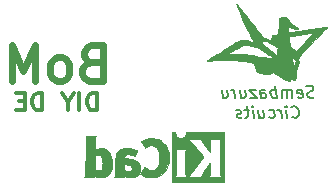
<source format=gbo>
%TF.GenerationSoftware,KiCad,Pcbnew,(5.0.0-rc2-100-g6d77e594b)*%
%TF.CreationDate,2018-06-08T00:04:51-04:00*%
%TF.ProjectId,Logic&Oscillator,4C6F676963264F7363696C6C61746F72,1.0.2*%
%TF.SameCoordinates,Original*%
%TF.FileFunction,Legend,Bot*%
%TF.FilePolarity,Positive*%
%FSLAX46Y46*%
G04 Gerber Fmt 4.6, Leading zero omitted, Abs format (unit mm)*
G04 Created by KiCad (PCBNEW (5.0.0-rc2-100-g6d77e594b)) date 06/08/18 00:04:51*
%MOMM*%
%LPD*%
G01*
G04 APERTURE LIST*
%ADD10C,0.200000*%
%ADD11C,0.300000*%
%ADD12C,0.600000*%
%ADD13C,0.002540*%
%ADD14C,0.010000*%
G04 APERTURE END LIST*
D10*
X135447857Y-85279761D02*
X135310952Y-85327380D01*
X135072857Y-85327380D01*
X134971666Y-85279761D01*
X134918095Y-85232142D01*
X134858571Y-85136904D01*
X134846666Y-85041666D01*
X134882380Y-84946428D01*
X134924047Y-84898809D01*
X135013333Y-84851190D01*
X135197857Y-84803571D01*
X135287142Y-84755952D01*
X135328809Y-84708333D01*
X135364523Y-84613095D01*
X135352619Y-84517857D01*
X135293095Y-84422619D01*
X135239523Y-84375000D01*
X135138333Y-84327380D01*
X134900238Y-84327380D01*
X134763333Y-84375000D01*
X134066904Y-85279761D02*
X134168095Y-85327380D01*
X134358571Y-85327380D01*
X134447857Y-85279761D01*
X134483571Y-85184523D01*
X134435952Y-84803571D01*
X134376428Y-84708333D01*
X134275238Y-84660714D01*
X134084761Y-84660714D01*
X133995476Y-84708333D01*
X133959761Y-84803571D01*
X133971666Y-84898809D01*
X134459761Y-84994047D01*
X133596666Y-85327380D02*
X133513333Y-84660714D01*
X133525238Y-84755952D02*
X133471666Y-84708333D01*
X133370476Y-84660714D01*
X133227619Y-84660714D01*
X133138333Y-84708333D01*
X133102619Y-84803571D01*
X133168095Y-85327380D01*
X133102619Y-84803571D02*
X133043095Y-84708333D01*
X132941904Y-84660714D01*
X132799047Y-84660714D01*
X132709761Y-84708333D01*
X132674047Y-84803571D01*
X132739523Y-85327380D01*
X132263333Y-85327380D02*
X132138333Y-84327380D01*
X132185952Y-84708333D02*
X132084761Y-84660714D01*
X131894285Y-84660714D01*
X131805000Y-84708333D01*
X131763333Y-84755952D01*
X131727619Y-84851190D01*
X131763333Y-85136904D01*
X131822857Y-85232142D01*
X131876428Y-85279761D01*
X131977619Y-85327380D01*
X132168095Y-85327380D01*
X132257380Y-85279761D01*
X130930000Y-85327380D02*
X130864523Y-84803571D01*
X130900238Y-84708333D01*
X130989523Y-84660714D01*
X131180000Y-84660714D01*
X131281190Y-84708333D01*
X130924047Y-85279761D02*
X131025238Y-85327380D01*
X131263333Y-85327380D01*
X131352619Y-85279761D01*
X131388333Y-85184523D01*
X131376428Y-85089285D01*
X131316904Y-84994047D01*
X131215714Y-84946428D01*
X130977619Y-84946428D01*
X130876428Y-84898809D01*
X130465714Y-84660714D02*
X129941904Y-84660714D01*
X130549047Y-85327380D01*
X130025238Y-85327380D01*
X129132380Y-84660714D02*
X129215714Y-85327380D01*
X129560952Y-84660714D02*
X129626428Y-85184523D01*
X129590714Y-85279761D01*
X129501428Y-85327380D01*
X129358571Y-85327380D01*
X129257380Y-85279761D01*
X129203809Y-85232142D01*
X128739523Y-85327380D02*
X128656190Y-84660714D01*
X128680000Y-84851190D02*
X128620476Y-84755952D01*
X128566904Y-84708333D01*
X128465714Y-84660714D01*
X128370476Y-84660714D01*
X127608571Y-84660714D02*
X127691904Y-85327380D01*
X128037142Y-84660714D02*
X128102619Y-85184523D01*
X128066904Y-85279761D01*
X127977619Y-85327380D01*
X127834761Y-85327380D01*
X127733571Y-85279761D01*
X127680000Y-85232142D01*
X133584761Y-86932142D02*
X133638333Y-86979761D01*
X133787142Y-87027380D01*
X133882380Y-87027380D01*
X134019285Y-86979761D01*
X134102619Y-86884523D01*
X134138333Y-86789285D01*
X134162142Y-86598809D01*
X134144285Y-86455952D01*
X134072857Y-86265476D01*
X134013333Y-86170238D01*
X133906190Y-86075000D01*
X133757380Y-86027380D01*
X133662142Y-86027380D01*
X133525238Y-86075000D01*
X133483571Y-86122619D01*
X133168095Y-87027380D02*
X133084761Y-86360714D01*
X133043095Y-86027380D02*
X133096666Y-86075000D01*
X133055000Y-86122619D01*
X133001428Y-86075000D01*
X133043095Y-86027380D01*
X133055000Y-86122619D01*
X132691904Y-87027380D02*
X132608571Y-86360714D01*
X132632380Y-86551190D02*
X132572857Y-86455952D01*
X132519285Y-86408333D01*
X132418095Y-86360714D01*
X132322857Y-86360714D01*
X131638333Y-86979761D02*
X131739523Y-87027380D01*
X131930000Y-87027380D01*
X132019285Y-86979761D01*
X132060952Y-86932142D01*
X132096666Y-86836904D01*
X132060952Y-86551190D01*
X132001428Y-86455952D01*
X131947857Y-86408333D01*
X131846666Y-86360714D01*
X131656190Y-86360714D01*
X131566904Y-86408333D01*
X130703809Y-86360714D02*
X130787142Y-87027380D01*
X131132380Y-86360714D02*
X131197857Y-86884523D01*
X131162142Y-86979761D01*
X131072857Y-87027380D01*
X130930000Y-87027380D01*
X130828809Y-86979761D01*
X130775238Y-86932142D01*
X130310952Y-87027380D02*
X130227619Y-86360714D01*
X130185952Y-86027380D02*
X130239523Y-86075000D01*
X130197857Y-86122619D01*
X130144285Y-86075000D01*
X130185952Y-86027380D01*
X130197857Y-86122619D01*
X129894285Y-86360714D02*
X129513333Y-86360714D01*
X129709761Y-86027380D02*
X129816904Y-86884523D01*
X129781190Y-86979761D01*
X129691904Y-87027380D01*
X129596666Y-87027380D01*
X129305000Y-86979761D02*
X129215714Y-87027380D01*
X129025238Y-87027380D01*
X128924047Y-86979761D01*
X128864523Y-86884523D01*
X128858571Y-86836904D01*
X128894285Y-86741666D01*
X128983571Y-86694047D01*
X129126428Y-86694047D01*
X129215714Y-86646428D01*
X129251428Y-86551190D01*
X129245476Y-86503571D01*
X129185952Y-86408333D01*
X129084761Y-86360714D01*
X128941904Y-86360714D01*
X128852619Y-86408333D01*
D11*
X117057857Y-86403571D02*
X117057857Y-84903571D01*
X116700714Y-84903571D01*
X116486428Y-84975000D01*
X116343571Y-85117857D01*
X116272142Y-85260714D01*
X116200714Y-85546428D01*
X116200714Y-85760714D01*
X116272142Y-86046428D01*
X116343571Y-86189285D01*
X116486428Y-86332142D01*
X116700714Y-86403571D01*
X117057857Y-86403571D01*
X115557857Y-86403571D02*
X115557857Y-84903571D01*
X114557857Y-85689285D02*
X114557857Y-86403571D01*
X115057857Y-84903571D02*
X114557857Y-85689285D01*
X114057857Y-84903571D01*
X112415000Y-86403571D02*
X112415000Y-84903571D01*
X112057857Y-84903571D01*
X111843571Y-84975000D01*
X111700714Y-85117857D01*
X111629285Y-85260714D01*
X111557857Y-85546428D01*
X111557857Y-85760714D01*
X111629285Y-86046428D01*
X111700714Y-86189285D01*
X111843571Y-86332142D01*
X112057857Y-86403571D01*
X112415000Y-86403571D01*
X110915000Y-85617857D02*
X110415000Y-85617857D01*
X110200714Y-86403571D02*
X110915000Y-86403571D01*
X110915000Y-84903571D01*
X110200714Y-84903571D01*
D12*
X116522142Y-82335714D02*
X116093571Y-82478571D01*
X115950714Y-82621428D01*
X115807857Y-82907142D01*
X115807857Y-83335714D01*
X115950714Y-83621428D01*
X116093571Y-83764285D01*
X116379285Y-83907142D01*
X117522142Y-83907142D01*
X117522142Y-80907142D01*
X116522142Y-80907142D01*
X116236428Y-81050000D01*
X116093571Y-81192857D01*
X115950714Y-81478571D01*
X115950714Y-81764285D01*
X116093571Y-82050000D01*
X116236428Y-82192857D01*
X116522142Y-82335714D01*
X117522142Y-82335714D01*
X114093571Y-83907142D02*
X114379285Y-83764285D01*
X114522142Y-83621428D01*
X114665000Y-83335714D01*
X114665000Y-82478571D01*
X114522142Y-82192857D01*
X114379285Y-82050000D01*
X114093571Y-81907142D01*
X113665000Y-81907142D01*
X113379285Y-82050000D01*
X113236428Y-82192857D01*
X113093571Y-82478571D01*
X113093571Y-83335714D01*
X113236428Y-83621428D01*
X113379285Y-83764285D01*
X113665000Y-83907142D01*
X114093571Y-83907142D01*
X111807857Y-83907142D02*
X111807857Y-80907142D01*
X110807857Y-83050000D01*
X109807857Y-80907142D01*
X109807857Y-83907142D01*
D13*
%TO.C,G\002A\002A\002A*%
G36*
X126362460Y-82191860D02*
X126365000Y-82209640D01*
X126390400Y-82212180D01*
X126446280Y-82207100D01*
X126558040Y-82194400D01*
X126707900Y-82184240D01*
X126885700Y-82174080D01*
X127091440Y-82169000D01*
X127314960Y-82161380D01*
X127548640Y-82156300D01*
X127792480Y-82156300D01*
X128038860Y-82156300D01*
X128178560Y-82156300D01*
X128178560Y-81584800D01*
X128196340Y-81569560D01*
X128244600Y-81534000D01*
X128315720Y-81485740D01*
X128404620Y-81427320D01*
X128506220Y-81363820D01*
X128612900Y-81295240D01*
X128722120Y-81229200D01*
X128772920Y-81198720D01*
X128945640Y-81102200D01*
X129113280Y-81015840D01*
X129270760Y-80942180D01*
X129405380Y-80886300D01*
X129448560Y-80871060D01*
X129529840Y-80848200D01*
X129590800Y-80835500D01*
X129654300Y-80838040D01*
X129735580Y-80850740D01*
X129740660Y-80850740D01*
X129872740Y-80876140D01*
X130037840Y-80914240D01*
X130228340Y-80962500D01*
X130434080Y-81018380D01*
X130520440Y-81041240D01*
X130578860Y-81059020D01*
X130632200Y-81076800D01*
X130683000Y-81097120D01*
X130736340Y-81122520D01*
X130794760Y-81155540D01*
X130868420Y-81198720D01*
X130926840Y-81236820D01*
X130926840Y-80662780D01*
X130939540Y-80645000D01*
X130980180Y-80614520D01*
X131041140Y-80581500D01*
X131112260Y-80548480D01*
X131183380Y-80525620D01*
X131203700Y-80518000D01*
X131279900Y-80505300D01*
X131338320Y-80507840D01*
X131381500Y-80520540D01*
X131455160Y-80553560D01*
X131561840Y-80609440D01*
X131696460Y-80683100D01*
X131851400Y-80777080D01*
X132024120Y-80886300D01*
X132059680Y-80909160D01*
X132328920Y-81084420D01*
X132316220Y-81277460D01*
X132303520Y-81434940D01*
X132293360Y-81551780D01*
X132283200Y-81638140D01*
X132273040Y-81694020D01*
X132262880Y-81721960D01*
X132252720Y-81732120D01*
X132224780Y-81719420D01*
X132181600Y-81686400D01*
X132176520Y-81683860D01*
X132148580Y-81658460D01*
X132092700Y-81610200D01*
X132011420Y-81544160D01*
X131909820Y-81462880D01*
X131790440Y-81366360D01*
X131658360Y-81262220D01*
X131526280Y-81155540D01*
X131394200Y-81046320D01*
X131267200Y-80944720D01*
X131155440Y-80855820D01*
X131061460Y-80777080D01*
X130990340Y-80718660D01*
X130944620Y-80678020D01*
X130926840Y-80662780D01*
X130926840Y-81236820D01*
X130957320Y-81254600D01*
X131069080Y-81328260D01*
X131206240Y-81422240D01*
X131315460Y-81493360D01*
X131452620Y-81587340D01*
X131579620Y-81673700D01*
X131691380Y-81752440D01*
X131782820Y-81815940D01*
X131851400Y-81864200D01*
X131892040Y-81892140D01*
X131899660Y-81902300D01*
X131884420Y-81912460D01*
X131836160Y-81922620D01*
X131754880Y-81927700D01*
X131653280Y-81930240D01*
X131536440Y-81930240D01*
X131409440Y-81927700D01*
X131279900Y-81925160D01*
X131150360Y-81917540D01*
X131030980Y-81907380D01*
X130926840Y-81897220D01*
X130870960Y-81887060D01*
X130766820Y-81869280D01*
X130644900Y-81843880D01*
X130530600Y-81818480D01*
X130512820Y-81815940D01*
X130210560Y-81749900D01*
X129887980Y-81696560D01*
X129560320Y-81650840D01*
X129235200Y-81617820D01*
X128922780Y-81594960D01*
X128633220Y-81587340D01*
X128450340Y-81589880D01*
X128348740Y-81592420D01*
X128264920Y-81592420D01*
X128206500Y-81589880D01*
X128181100Y-81587340D01*
X128178560Y-81584800D01*
X128178560Y-82156300D01*
X128252220Y-82158840D01*
X128496060Y-82161380D01*
X128704340Y-82169000D01*
X128887220Y-82174080D01*
X129047240Y-82184240D01*
X129197100Y-82196940D01*
X129344420Y-82214720D01*
X129491740Y-82235040D01*
X129649220Y-82262980D01*
X129824480Y-82296000D01*
X130022600Y-82334100D01*
X130304540Y-82392520D01*
X130423920Y-82758280D01*
X130464560Y-82875120D01*
X130500120Y-82979260D01*
X130530600Y-83060540D01*
X130553460Y-83118960D01*
X130563620Y-83141820D01*
X130596640Y-83157060D01*
X130662680Y-83179920D01*
X130756660Y-83205320D01*
X130865880Y-83230720D01*
X130990340Y-83258660D01*
X131114800Y-83286600D01*
X131236720Y-83309460D01*
X131348480Y-83327240D01*
X131439920Y-83339940D01*
X131503420Y-83345020D01*
X131577080Y-83342480D01*
X131640580Y-83327240D01*
X131711700Y-83301840D01*
X131790440Y-83261200D01*
X131953000Y-83177380D01*
X132115560Y-83281520D01*
X132217160Y-83345020D01*
X132336540Y-83421220D01*
X132468620Y-83499960D01*
X132603240Y-83581240D01*
X132735320Y-83659980D01*
X132857240Y-83733640D01*
X132963920Y-83794600D01*
X133047740Y-83842860D01*
X133096000Y-83868260D01*
X133187440Y-83911440D01*
X133248400Y-83934300D01*
X133286500Y-83939380D01*
X133286500Y-80177640D01*
X133286500Y-80157320D01*
X133289040Y-80154780D01*
X133309360Y-80149700D01*
X133367780Y-80139540D01*
X133459220Y-80121760D01*
X133576060Y-80101440D01*
X133713220Y-80076040D01*
X133870700Y-80048100D01*
X133987540Y-80027780D01*
X134269480Y-79982060D01*
X134510780Y-79938880D01*
X134716520Y-79903320D01*
X134886700Y-79875380D01*
X135026400Y-79849980D01*
X135138160Y-79832200D01*
X135221980Y-79816960D01*
X135280400Y-79804260D01*
X135321040Y-79796640D01*
X135333740Y-79794100D01*
X135371840Y-79794100D01*
X135376920Y-79811880D01*
X135361680Y-79832200D01*
X135321040Y-79877920D01*
X135252460Y-79946500D01*
X135166100Y-80037940D01*
X135059420Y-80147160D01*
X134937500Y-80269080D01*
X134802880Y-80406240D01*
X134658100Y-80548480D01*
X134614920Y-80589120D01*
X133858000Y-81335880D01*
X133682740Y-81226660D01*
X133601460Y-81173320D01*
X133527800Y-81127600D01*
X133474460Y-81092040D01*
X133456680Y-81079340D01*
X133433820Y-81059020D01*
X133418580Y-81028540D01*
X133403340Y-80982820D01*
X133388100Y-80911700D01*
X133370320Y-80805020D01*
X133367780Y-80787240D01*
X133339840Y-80591660D01*
X133316980Y-80434180D01*
X133299200Y-80314800D01*
X133289040Y-80230980D01*
X133286500Y-80177640D01*
X133286500Y-83939380D01*
X133291580Y-83941920D01*
X133322060Y-83934300D01*
X133332220Y-83929220D01*
X133360160Y-83898740D01*
X133385560Y-83842860D01*
X133390640Y-83830160D01*
X133408420Y-83774280D01*
X133421120Y-83733640D01*
X133423660Y-83728560D01*
X133441440Y-83718400D01*
X133489700Y-83733640D01*
X133522720Y-83748880D01*
X133522720Y-81881980D01*
X133543040Y-81879440D01*
X133578600Y-81897220D01*
X133626860Y-81930240D01*
X133680200Y-81978500D01*
X133733540Y-82031840D01*
X133779260Y-82087720D01*
X133802120Y-82120740D01*
X133855460Y-82214720D01*
X133789420Y-82471260D01*
X133758940Y-82588100D01*
X133738620Y-82671920D01*
X133723380Y-82725260D01*
X133710680Y-82758280D01*
X133703060Y-82773520D01*
X133695440Y-82778600D01*
X133690360Y-82778600D01*
X133680200Y-82758280D01*
X133667500Y-82704940D01*
X133652260Y-82621120D01*
X133631940Y-82514440D01*
X133609080Y-82389980D01*
X133606540Y-82362040D01*
X133583680Y-82232500D01*
X133563360Y-82118200D01*
X133548120Y-82021680D01*
X133532880Y-81950560D01*
X133525260Y-81915000D01*
X133525260Y-81912460D01*
X133522720Y-81881980D01*
X133522720Y-83748880D01*
X133535420Y-83756500D01*
X133611620Y-83789520D01*
X133685280Y-83809840D01*
X133720840Y-83814920D01*
X133769100Y-83809840D01*
X133807200Y-83786980D01*
X133837680Y-83746340D01*
X133860540Y-83680300D01*
X133875780Y-83583780D01*
X133888480Y-83454240D01*
X133896100Y-83324700D01*
X133901180Y-83200240D01*
X133908800Y-83103720D01*
X133916420Y-83024980D01*
X133931660Y-82953860D01*
X133954520Y-82877660D01*
X133985000Y-82783680D01*
X134005320Y-82727800D01*
X134053580Y-82585560D01*
X134086600Y-82473800D01*
X134109460Y-82387440D01*
X134117080Y-82318860D01*
X134114540Y-82260440D01*
X134104380Y-82202020D01*
X134094220Y-82171540D01*
X134061200Y-82067400D01*
X134147560Y-81894680D01*
X134193280Y-81808320D01*
X134239000Y-81732120D01*
X134274560Y-81673700D01*
X134287260Y-81658460D01*
X134310120Y-81633060D01*
X134360920Y-81579720D01*
X134434580Y-81503520D01*
X134531100Y-81404460D01*
X134645400Y-81287620D01*
X134774940Y-81153000D01*
X134917180Y-81005680D01*
X135069580Y-80850740D01*
X135229600Y-80685640D01*
X135232140Y-80685640D01*
X135455660Y-80457040D01*
X135653780Y-80256380D01*
X135826500Y-80081120D01*
X135973820Y-79928720D01*
X136100820Y-79799180D01*
X136204960Y-79692500D01*
X136291320Y-79601060D01*
X136359900Y-79529940D01*
X136415780Y-79471520D01*
X136456420Y-79428340D01*
X136484360Y-79395320D01*
X136504680Y-79372460D01*
X136514840Y-79357220D01*
X136519920Y-79349600D01*
X136519920Y-79344520D01*
X136514840Y-79339440D01*
X136484360Y-79336900D01*
X136428480Y-79341980D01*
X136382760Y-79347060D01*
X136331960Y-79354680D01*
X136248140Y-79369920D01*
X136136380Y-79385160D01*
X135999220Y-79405480D01*
X135849360Y-79425800D01*
X135686800Y-79448660D01*
X135653780Y-79453740D01*
X135348980Y-79494380D01*
X135056880Y-79535020D01*
X134774940Y-79575660D01*
X134510780Y-79613760D01*
X134264400Y-79649320D01*
X134043420Y-79679800D01*
X133850380Y-79710280D01*
X133687820Y-79733140D01*
X133560820Y-79753460D01*
X133497320Y-79766160D01*
X133400800Y-79781400D01*
X133322060Y-79791560D01*
X133263640Y-79794100D01*
X133243320Y-79791560D01*
X133235700Y-79766160D01*
X133223000Y-79710280D01*
X133212840Y-79634080D01*
X133200140Y-79547720D01*
X133189980Y-79463900D01*
X133184900Y-79392780D01*
X133182360Y-79352140D01*
X133182360Y-79331820D01*
X133192520Y-79319120D01*
X133210300Y-79316580D01*
X133248400Y-79321660D01*
X133309360Y-79339440D01*
X133395720Y-79367380D01*
X133517640Y-79408020D01*
X133537960Y-79413100D01*
X133670040Y-79453740D01*
X133797040Y-79486760D01*
X133906260Y-79504540D01*
X133929120Y-79509620D01*
X134007860Y-79514700D01*
X134053580Y-79514700D01*
X134076440Y-79507080D01*
X134081520Y-79489300D01*
X134081520Y-79481680D01*
X134068820Y-79453740D01*
X134023100Y-79413100D01*
X133946900Y-79357220D01*
X133855460Y-79301340D01*
X133761480Y-79240380D01*
X133687820Y-79194660D01*
X133631940Y-79151480D01*
X133581140Y-79110840D01*
X133530340Y-79060040D01*
X133471920Y-78996540D01*
X133400800Y-78912720D01*
X133334760Y-78833980D01*
X133258560Y-78742540D01*
X133182360Y-78656180D01*
X133118860Y-78587600D01*
X133073140Y-78536800D01*
X133060440Y-78521560D01*
X132994400Y-78463140D01*
X132760720Y-78506320D01*
X132626100Y-78534260D01*
X132532120Y-78562200D01*
X132471160Y-78590140D01*
X132440680Y-78618080D01*
X132435600Y-78653640D01*
X132438140Y-78663800D01*
X132448300Y-78706980D01*
X132458460Y-78755240D01*
X132463540Y-78813660D01*
X132463540Y-78887320D01*
X132461000Y-78978760D01*
X132453380Y-79090520D01*
X132443220Y-79230220D01*
X132427980Y-79397860D01*
X132410200Y-79601060D01*
X132389880Y-79799180D01*
X132374640Y-79943960D01*
X132270500Y-79969360D01*
X132194300Y-79984600D01*
X132097780Y-80002380D01*
X132013960Y-80017620D01*
X131950460Y-80027780D01*
X131907280Y-80037940D01*
X131876800Y-80053180D01*
X131859020Y-80083660D01*
X131846320Y-80134460D01*
X131833620Y-80213200D01*
X131818380Y-80327500D01*
X131805680Y-80411320D01*
X131795520Y-80474820D01*
X131785360Y-80515460D01*
X131782820Y-80520540D01*
X131759960Y-80510380D01*
X131711700Y-80482440D01*
X131643120Y-80444340D01*
X131605020Y-80421480D01*
X131511040Y-80370680D01*
X131439920Y-80337660D01*
X131373880Y-80319880D01*
X131315460Y-80314800D01*
X131193540Y-80304640D01*
X131000500Y-80073500D01*
X130929380Y-79984600D01*
X130837940Y-79872840D01*
X130736340Y-79745840D01*
X130629660Y-79613760D01*
X130522980Y-79481680D01*
X130492500Y-79443580D01*
X130238500Y-79123540D01*
X130007360Y-78833980D01*
X129801620Y-78577440D01*
X129618740Y-78348840D01*
X129458720Y-78145640D01*
X129319020Y-77972920D01*
X129197100Y-77823060D01*
X129098040Y-77701140D01*
X129014220Y-77599540D01*
X128948180Y-77520800D01*
X128897380Y-77462380D01*
X128861820Y-77424280D01*
X128841500Y-77403960D01*
X128833880Y-77401420D01*
X128838960Y-77429360D01*
X128861820Y-77495400D01*
X128902460Y-77599540D01*
X128955800Y-77736700D01*
X129026920Y-77909420D01*
X129110740Y-78117700D01*
X129209800Y-78356460D01*
X129324100Y-78625700D01*
X129362200Y-78719680D01*
X129413000Y-78836520D01*
X129484120Y-78983840D01*
X129567940Y-79159100D01*
X129664460Y-79352140D01*
X129768600Y-79562960D01*
X129882900Y-79781400D01*
X129999740Y-80007460D01*
X130119120Y-80230980D01*
X130167380Y-80319880D01*
X130223260Y-80424020D01*
X130271520Y-80515460D01*
X130307080Y-80589120D01*
X130329940Y-80634840D01*
X130335020Y-80647540D01*
X130319780Y-80662780D01*
X130286760Y-80660240D01*
X130261360Y-80647540D01*
X130230880Y-80632300D01*
X130169920Y-80604360D01*
X130086100Y-80571340D01*
X129987040Y-80533240D01*
X129882900Y-80495140D01*
X129783840Y-80459580D01*
X129760980Y-80454500D01*
X129611120Y-80416400D01*
X129453640Y-80406240D01*
X129446020Y-80406240D01*
X129374900Y-80406240D01*
X129319020Y-80411320D01*
X129265680Y-80421480D01*
X129204720Y-80444340D01*
X129128520Y-80479900D01*
X129037080Y-80523080D01*
X128917700Y-80584040D01*
X128785620Y-80652620D01*
X128661160Y-80723740D01*
X128584960Y-80769460D01*
X128442720Y-80858360D01*
X128272540Y-80967580D01*
X128076960Y-81089500D01*
X127866140Y-81221580D01*
X127645160Y-81361280D01*
X127419100Y-81503520D01*
X127198120Y-81643220D01*
X126984760Y-81775300D01*
X126906020Y-81826100D01*
X126771400Y-81912460D01*
X126646940Y-81991200D01*
X126542800Y-82059780D01*
X126456440Y-82118200D01*
X126395480Y-82161380D01*
X126365000Y-82186780D01*
X126362460Y-82191860D01*
X126362460Y-82191860D01*
G37*
X126362460Y-82191860D02*
X126365000Y-82209640D01*
X126390400Y-82212180D01*
X126446280Y-82207100D01*
X126558040Y-82194400D01*
X126707900Y-82184240D01*
X126885700Y-82174080D01*
X127091440Y-82169000D01*
X127314960Y-82161380D01*
X127548640Y-82156300D01*
X127792480Y-82156300D01*
X128038860Y-82156300D01*
X128178560Y-82156300D01*
X128178560Y-81584800D01*
X128196340Y-81569560D01*
X128244600Y-81534000D01*
X128315720Y-81485740D01*
X128404620Y-81427320D01*
X128506220Y-81363820D01*
X128612900Y-81295240D01*
X128722120Y-81229200D01*
X128772920Y-81198720D01*
X128945640Y-81102200D01*
X129113280Y-81015840D01*
X129270760Y-80942180D01*
X129405380Y-80886300D01*
X129448560Y-80871060D01*
X129529840Y-80848200D01*
X129590800Y-80835500D01*
X129654300Y-80838040D01*
X129735580Y-80850740D01*
X129740660Y-80850740D01*
X129872740Y-80876140D01*
X130037840Y-80914240D01*
X130228340Y-80962500D01*
X130434080Y-81018380D01*
X130520440Y-81041240D01*
X130578860Y-81059020D01*
X130632200Y-81076800D01*
X130683000Y-81097120D01*
X130736340Y-81122520D01*
X130794760Y-81155540D01*
X130868420Y-81198720D01*
X130926840Y-81236820D01*
X130926840Y-80662780D01*
X130939540Y-80645000D01*
X130980180Y-80614520D01*
X131041140Y-80581500D01*
X131112260Y-80548480D01*
X131183380Y-80525620D01*
X131203700Y-80518000D01*
X131279900Y-80505300D01*
X131338320Y-80507840D01*
X131381500Y-80520540D01*
X131455160Y-80553560D01*
X131561840Y-80609440D01*
X131696460Y-80683100D01*
X131851400Y-80777080D01*
X132024120Y-80886300D01*
X132059680Y-80909160D01*
X132328920Y-81084420D01*
X132316220Y-81277460D01*
X132303520Y-81434940D01*
X132293360Y-81551780D01*
X132283200Y-81638140D01*
X132273040Y-81694020D01*
X132262880Y-81721960D01*
X132252720Y-81732120D01*
X132224780Y-81719420D01*
X132181600Y-81686400D01*
X132176520Y-81683860D01*
X132148580Y-81658460D01*
X132092700Y-81610200D01*
X132011420Y-81544160D01*
X131909820Y-81462880D01*
X131790440Y-81366360D01*
X131658360Y-81262220D01*
X131526280Y-81155540D01*
X131394200Y-81046320D01*
X131267200Y-80944720D01*
X131155440Y-80855820D01*
X131061460Y-80777080D01*
X130990340Y-80718660D01*
X130944620Y-80678020D01*
X130926840Y-80662780D01*
X130926840Y-81236820D01*
X130957320Y-81254600D01*
X131069080Y-81328260D01*
X131206240Y-81422240D01*
X131315460Y-81493360D01*
X131452620Y-81587340D01*
X131579620Y-81673700D01*
X131691380Y-81752440D01*
X131782820Y-81815940D01*
X131851400Y-81864200D01*
X131892040Y-81892140D01*
X131899660Y-81902300D01*
X131884420Y-81912460D01*
X131836160Y-81922620D01*
X131754880Y-81927700D01*
X131653280Y-81930240D01*
X131536440Y-81930240D01*
X131409440Y-81927700D01*
X131279900Y-81925160D01*
X131150360Y-81917540D01*
X131030980Y-81907380D01*
X130926840Y-81897220D01*
X130870960Y-81887060D01*
X130766820Y-81869280D01*
X130644900Y-81843880D01*
X130530600Y-81818480D01*
X130512820Y-81815940D01*
X130210560Y-81749900D01*
X129887980Y-81696560D01*
X129560320Y-81650840D01*
X129235200Y-81617820D01*
X128922780Y-81594960D01*
X128633220Y-81587340D01*
X128450340Y-81589880D01*
X128348740Y-81592420D01*
X128264920Y-81592420D01*
X128206500Y-81589880D01*
X128181100Y-81587340D01*
X128178560Y-81584800D01*
X128178560Y-82156300D01*
X128252220Y-82158840D01*
X128496060Y-82161380D01*
X128704340Y-82169000D01*
X128887220Y-82174080D01*
X129047240Y-82184240D01*
X129197100Y-82196940D01*
X129344420Y-82214720D01*
X129491740Y-82235040D01*
X129649220Y-82262980D01*
X129824480Y-82296000D01*
X130022600Y-82334100D01*
X130304540Y-82392520D01*
X130423920Y-82758280D01*
X130464560Y-82875120D01*
X130500120Y-82979260D01*
X130530600Y-83060540D01*
X130553460Y-83118960D01*
X130563620Y-83141820D01*
X130596640Y-83157060D01*
X130662680Y-83179920D01*
X130756660Y-83205320D01*
X130865880Y-83230720D01*
X130990340Y-83258660D01*
X131114800Y-83286600D01*
X131236720Y-83309460D01*
X131348480Y-83327240D01*
X131439920Y-83339940D01*
X131503420Y-83345020D01*
X131577080Y-83342480D01*
X131640580Y-83327240D01*
X131711700Y-83301840D01*
X131790440Y-83261200D01*
X131953000Y-83177380D01*
X132115560Y-83281520D01*
X132217160Y-83345020D01*
X132336540Y-83421220D01*
X132468620Y-83499960D01*
X132603240Y-83581240D01*
X132735320Y-83659980D01*
X132857240Y-83733640D01*
X132963920Y-83794600D01*
X133047740Y-83842860D01*
X133096000Y-83868260D01*
X133187440Y-83911440D01*
X133248400Y-83934300D01*
X133286500Y-83939380D01*
X133286500Y-80177640D01*
X133286500Y-80157320D01*
X133289040Y-80154780D01*
X133309360Y-80149700D01*
X133367780Y-80139540D01*
X133459220Y-80121760D01*
X133576060Y-80101440D01*
X133713220Y-80076040D01*
X133870700Y-80048100D01*
X133987540Y-80027780D01*
X134269480Y-79982060D01*
X134510780Y-79938880D01*
X134716520Y-79903320D01*
X134886700Y-79875380D01*
X135026400Y-79849980D01*
X135138160Y-79832200D01*
X135221980Y-79816960D01*
X135280400Y-79804260D01*
X135321040Y-79796640D01*
X135333740Y-79794100D01*
X135371840Y-79794100D01*
X135376920Y-79811880D01*
X135361680Y-79832200D01*
X135321040Y-79877920D01*
X135252460Y-79946500D01*
X135166100Y-80037940D01*
X135059420Y-80147160D01*
X134937500Y-80269080D01*
X134802880Y-80406240D01*
X134658100Y-80548480D01*
X134614920Y-80589120D01*
X133858000Y-81335880D01*
X133682740Y-81226660D01*
X133601460Y-81173320D01*
X133527800Y-81127600D01*
X133474460Y-81092040D01*
X133456680Y-81079340D01*
X133433820Y-81059020D01*
X133418580Y-81028540D01*
X133403340Y-80982820D01*
X133388100Y-80911700D01*
X133370320Y-80805020D01*
X133367780Y-80787240D01*
X133339840Y-80591660D01*
X133316980Y-80434180D01*
X133299200Y-80314800D01*
X133289040Y-80230980D01*
X133286500Y-80177640D01*
X133286500Y-83939380D01*
X133291580Y-83941920D01*
X133322060Y-83934300D01*
X133332220Y-83929220D01*
X133360160Y-83898740D01*
X133385560Y-83842860D01*
X133390640Y-83830160D01*
X133408420Y-83774280D01*
X133421120Y-83733640D01*
X133423660Y-83728560D01*
X133441440Y-83718400D01*
X133489700Y-83733640D01*
X133522720Y-83748880D01*
X133522720Y-81881980D01*
X133543040Y-81879440D01*
X133578600Y-81897220D01*
X133626860Y-81930240D01*
X133680200Y-81978500D01*
X133733540Y-82031840D01*
X133779260Y-82087720D01*
X133802120Y-82120740D01*
X133855460Y-82214720D01*
X133789420Y-82471260D01*
X133758940Y-82588100D01*
X133738620Y-82671920D01*
X133723380Y-82725260D01*
X133710680Y-82758280D01*
X133703060Y-82773520D01*
X133695440Y-82778600D01*
X133690360Y-82778600D01*
X133680200Y-82758280D01*
X133667500Y-82704940D01*
X133652260Y-82621120D01*
X133631940Y-82514440D01*
X133609080Y-82389980D01*
X133606540Y-82362040D01*
X133583680Y-82232500D01*
X133563360Y-82118200D01*
X133548120Y-82021680D01*
X133532880Y-81950560D01*
X133525260Y-81915000D01*
X133525260Y-81912460D01*
X133522720Y-81881980D01*
X133522720Y-83748880D01*
X133535420Y-83756500D01*
X133611620Y-83789520D01*
X133685280Y-83809840D01*
X133720840Y-83814920D01*
X133769100Y-83809840D01*
X133807200Y-83786980D01*
X133837680Y-83746340D01*
X133860540Y-83680300D01*
X133875780Y-83583780D01*
X133888480Y-83454240D01*
X133896100Y-83324700D01*
X133901180Y-83200240D01*
X133908800Y-83103720D01*
X133916420Y-83024980D01*
X133931660Y-82953860D01*
X133954520Y-82877660D01*
X133985000Y-82783680D01*
X134005320Y-82727800D01*
X134053580Y-82585560D01*
X134086600Y-82473800D01*
X134109460Y-82387440D01*
X134117080Y-82318860D01*
X134114540Y-82260440D01*
X134104380Y-82202020D01*
X134094220Y-82171540D01*
X134061200Y-82067400D01*
X134147560Y-81894680D01*
X134193280Y-81808320D01*
X134239000Y-81732120D01*
X134274560Y-81673700D01*
X134287260Y-81658460D01*
X134310120Y-81633060D01*
X134360920Y-81579720D01*
X134434580Y-81503520D01*
X134531100Y-81404460D01*
X134645400Y-81287620D01*
X134774940Y-81153000D01*
X134917180Y-81005680D01*
X135069580Y-80850740D01*
X135229600Y-80685640D01*
X135232140Y-80685640D01*
X135455660Y-80457040D01*
X135653780Y-80256380D01*
X135826500Y-80081120D01*
X135973820Y-79928720D01*
X136100820Y-79799180D01*
X136204960Y-79692500D01*
X136291320Y-79601060D01*
X136359900Y-79529940D01*
X136415780Y-79471520D01*
X136456420Y-79428340D01*
X136484360Y-79395320D01*
X136504680Y-79372460D01*
X136514840Y-79357220D01*
X136519920Y-79349600D01*
X136519920Y-79344520D01*
X136514840Y-79339440D01*
X136484360Y-79336900D01*
X136428480Y-79341980D01*
X136382760Y-79347060D01*
X136331960Y-79354680D01*
X136248140Y-79369920D01*
X136136380Y-79385160D01*
X135999220Y-79405480D01*
X135849360Y-79425800D01*
X135686800Y-79448660D01*
X135653780Y-79453740D01*
X135348980Y-79494380D01*
X135056880Y-79535020D01*
X134774940Y-79575660D01*
X134510780Y-79613760D01*
X134264400Y-79649320D01*
X134043420Y-79679800D01*
X133850380Y-79710280D01*
X133687820Y-79733140D01*
X133560820Y-79753460D01*
X133497320Y-79766160D01*
X133400800Y-79781400D01*
X133322060Y-79791560D01*
X133263640Y-79794100D01*
X133243320Y-79791560D01*
X133235700Y-79766160D01*
X133223000Y-79710280D01*
X133212840Y-79634080D01*
X133200140Y-79547720D01*
X133189980Y-79463900D01*
X133184900Y-79392780D01*
X133182360Y-79352140D01*
X133182360Y-79331820D01*
X133192520Y-79319120D01*
X133210300Y-79316580D01*
X133248400Y-79321660D01*
X133309360Y-79339440D01*
X133395720Y-79367380D01*
X133517640Y-79408020D01*
X133537960Y-79413100D01*
X133670040Y-79453740D01*
X133797040Y-79486760D01*
X133906260Y-79504540D01*
X133929120Y-79509620D01*
X134007860Y-79514700D01*
X134053580Y-79514700D01*
X134076440Y-79507080D01*
X134081520Y-79489300D01*
X134081520Y-79481680D01*
X134068820Y-79453740D01*
X134023100Y-79413100D01*
X133946900Y-79357220D01*
X133855460Y-79301340D01*
X133761480Y-79240380D01*
X133687820Y-79194660D01*
X133631940Y-79151480D01*
X133581140Y-79110840D01*
X133530340Y-79060040D01*
X133471920Y-78996540D01*
X133400800Y-78912720D01*
X133334760Y-78833980D01*
X133258560Y-78742540D01*
X133182360Y-78656180D01*
X133118860Y-78587600D01*
X133073140Y-78536800D01*
X133060440Y-78521560D01*
X132994400Y-78463140D01*
X132760720Y-78506320D01*
X132626100Y-78534260D01*
X132532120Y-78562200D01*
X132471160Y-78590140D01*
X132440680Y-78618080D01*
X132435600Y-78653640D01*
X132438140Y-78663800D01*
X132448300Y-78706980D01*
X132458460Y-78755240D01*
X132463540Y-78813660D01*
X132463540Y-78887320D01*
X132461000Y-78978760D01*
X132453380Y-79090520D01*
X132443220Y-79230220D01*
X132427980Y-79397860D01*
X132410200Y-79601060D01*
X132389880Y-79799180D01*
X132374640Y-79943960D01*
X132270500Y-79969360D01*
X132194300Y-79984600D01*
X132097780Y-80002380D01*
X132013960Y-80017620D01*
X131950460Y-80027780D01*
X131907280Y-80037940D01*
X131876800Y-80053180D01*
X131859020Y-80083660D01*
X131846320Y-80134460D01*
X131833620Y-80213200D01*
X131818380Y-80327500D01*
X131805680Y-80411320D01*
X131795520Y-80474820D01*
X131785360Y-80515460D01*
X131782820Y-80520540D01*
X131759960Y-80510380D01*
X131711700Y-80482440D01*
X131643120Y-80444340D01*
X131605020Y-80421480D01*
X131511040Y-80370680D01*
X131439920Y-80337660D01*
X131373880Y-80319880D01*
X131315460Y-80314800D01*
X131193540Y-80304640D01*
X131000500Y-80073500D01*
X130929380Y-79984600D01*
X130837940Y-79872840D01*
X130736340Y-79745840D01*
X130629660Y-79613760D01*
X130522980Y-79481680D01*
X130492500Y-79443580D01*
X130238500Y-79123540D01*
X130007360Y-78833980D01*
X129801620Y-78577440D01*
X129618740Y-78348840D01*
X129458720Y-78145640D01*
X129319020Y-77972920D01*
X129197100Y-77823060D01*
X129098040Y-77701140D01*
X129014220Y-77599540D01*
X128948180Y-77520800D01*
X128897380Y-77462380D01*
X128861820Y-77424280D01*
X128841500Y-77403960D01*
X128833880Y-77401420D01*
X128838960Y-77429360D01*
X128861820Y-77495400D01*
X128902460Y-77599540D01*
X128955800Y-77736700D01*
X129026920Y-77909420D01*
X129110740Y-78117700D01*
X129209800Y-78356460D01*
X129324100Y-78625700D01*
X129362200Y-78719680D01*
X129413000Y-78836520D01*
X129484120Y-78983840D01*
X129567940Y-79159100D01*
X129664460Y-79352140D01*
X129768600Y-79562960D01*
X129882900Y-79781400D01*
X129999740Y-80007460D01*
X130119120Y-80230980D01*
X130167380Y-80319880D01*
X130223260Y-80424020D01*
X130271520Y-80515460D01*
X130307080Y-80589120D01*
X130329940Y-80634840D01*
X130335020Y-80647540D01*
X130319780Y-80662780D01*
X130286760Y-80660240D01*
X130261360Y-80647540D01*
X130230880Y-80632300D01*
X130169920Y-80604360D01*
X130086100Y-80571340D01*
X129987040Y-80533240D01*
X129882900Y-80495140D01*
X129783840Y-80459580D01*
X129760980Y-80454500D01*
X129611120Y-80416400D01*
X129453640Y-80406240D01*
X129446020Y-80406240D01*
X129374900Y-80406240D01*
X129319020Y-80411320D01*
X129265680Y-80421480D01*
X129204720Y-80444340D01*
X129128520Y-80479900D01*
X129037080Y-80523080D01*
X128917700Y-80584040D01*
X128785620Y-80652620D01*
X128661160Y-80723740D01*
X128584960Y-80769460D01*
X128442720Y-80858360D01*
X128272540Y-80967580D01*
X128076960Y-81089500D01*
X127866140Y-81221580D01*
X127645160Y-81361280D01*
X127419100Y-81503520D01*
X127198120Y-81643220D01*
X126984760Y-81775300D01*
X126906020Y-81826100D01*
X126771400Y-81912460D01*
X126646940Y-81991200D01*
X126542800Y-82059780D01*
X126456440Y-82118200D01*
X126395480Y-82161380D01*
X126365000Y-82186780D01*
X126362460Y-82191860D01*
D14*
%TO.C,REF\002A\002A*%
G36*
X123468637Y-88212699D02*
X123446845Y-88219976D01*
X123428414Y-88236420D01*
X123413065Y-88265197D01*
X123400519Y-88309474D01*
X123390495Y-88372418D01*
X123382717Y-88457194D01*
X123376904Y-88566971D01*
X123372777Y-88704914D01*
X123370057Y-88874191D01*
X123368465Y-89077968D01*
X123367723Y-89319411D01*
X123367550Y-89601687D01*
X123367668Y-89927964D01*
X123367797Y-90301407D01*
X123367800Y-90360500D01*
X123367878Y-90735884D01*
X123368151Y-91063711D01*
X123368682Y-91347221D01*
X123369531Y-91589658D01*
X123370760Y-91794261D01*
X123372431Y-91964274D01*
X123374605Y-92102939D01*
X123377343Y-92213496D01*
X123380708Y-92299188D01*
X123384759Y-92363257D01*
X123389559Y-92408944D01*
X123395169Y-92439492D01*
X123401651Y-92458141D01*
X123407715Y-92466885D01*
X123418791Y-92473992D01*
X123438999Y-92480213D01*
X123471510Y-92485606D01*
X123519497Y-92490229D01*
X123586133Y-92494140D01*
X123674590Y-92497396D01*
X123788040Y-92500056D01*
X123929656Y-92502175D01*
X124102610Y-92503813D01*
X124310076Y-92505028D01*
X124555224Y-92505876D01*
X124841229Y-92506415D01*
X125171261Y-92506703D01*
X125548495Y-92506798D01*
X125603001Y-92506800D01*
X125986824Y-92506726D01*
X126323020Y-92506467D01*
X126614761Y-92505965D01*
X126865219Y-92505162D01*
X127077568Y-92504000D01*
X127254979Y-92502422D01*
X127400625Y-92500371D01*
X127517678Y-92497787D01*
X127609312Y-92494615D01*
X127678697Y-92490795D01*
X127729008Y-92486271D01*
X127763416Y-92480985D01*
X127785093Y-92474879D01*
X127797213Y-92467895D01*
X127798286Y-92466885D01*
X127805535Y-92455627D01*
X127811862Y-92435152D01*
X127817328Y-92402219D01*
X127821994Y-92353586D01*
X127825922Y-92286011D01*
X127829174Y-92196252D01*
X127831810Y-92081068D01*
X127833893Y-91937217D01*
X127835483Y-91761456D01*
X127836642Y-91550544D01*
X127837432Y-91301239D01*
X127837914Y-91010300D01*
X127838149Y-90674484D01*
X127838200Y-90360500D01*
X127838123Y-89985115D01*
X127837850Y-89657288D01*
X127837319Y-89373778D01*
X127836470Y-89131341D01*
X127835241Y-88926738D01*
X127834052Y-88805729D01*
X127558801Y-88805729D01*
X127548363Y-88830638D01*
X127522056Y-88884844D01*
X127508001Y-88912699D01*
X127497068Y-88935774D01*
X127487826Y-88961420D01*
X127480133Y-88993859D01*
X127473848Y-89037308D01*
X127468828Y-89095988D01*
X127464932Y-89174117D01*
X127462017Y-89275917D01*
X127459943Y-89405605D01*
X127458566Y-89567401D01*
X127457746Y-89765525D01*
X127457341Y-90004197D01*
X127457209Y-90287635D01*
X127457201Y-90424290D01*
X127457561Y-90687726D01*
X127458598Y-90936037D01*
X127460244Y-91164556D01*
X127462432Y-91368618D01*
X127465097Y-91543558D01*
X127468170Y-91684711D01*
X127471585Y-91787410D01*
X127475276Y-91846991D01*
X127477776Y-91860370D01*
X127502200Y-91900136D01*
X127528032Y-91954350D01*
X127557711Y-92024200D01*
X127031206Y-92023811D01*
X126876033Y-92022849D01*
X126741650Y-92020381D01*
X126635001Y-92016674D01*
X126563030Y-92011992D01*
X126532681Y-92006600D01*
X126532906Y-92004761D01*
X126562855Y-91970826D01*
X126598668Y-91912626D01*
X126602756Y-91904811D01*
X126617682Y-91867521D01*
X126628693Y-91817267D01*
X126636331Y-91746556D01*
X126641134Y-91647898D01*
X126643644Y-91513800D01*
X126644399Y-91336772D01*
X126644400Y-91326961D01*
X126643167Y-91149347D01*
X126639604Y-91006876D01*
X126633922Y-90903727D01*
X126626328Y-90844078D01*
X126619586Y-90830400D01*
X126590086Y-90849770D01*
X126552359Y-90896744D01*
X126550085Y-90900250D01*
X126509507Y-90957268D01*
X126475301Y-90995500D01*
X126444853Y-91032632D01*
X126404917Y-91094966D01*
X126391329Y-91118833D01*
X126349180Y-91185930D01*
X126286473Y-91274720D01*
X126215408Y-91368064D01*
X126201458Y-91385533D01*
X126093339Y-91528344D01*
X126002862Y-91664967D01*
X125934611Y-91787349D01*
X125893169Y-91887440D01*
X125882400Y-91945923D01*
X125882400Y-92024200D01*
X124755945Y-92024200D01*
X124768071Y-92010488D01*
X124612400Y-92010488D01*
X124588301Y-92014757D01*
X124521204Y-92018485D01*
X124418911Y-92021448D01*
X124289222Y-92023426D01*
X124139939Y-92024196D01*
X124129800Y-92024200D01*
X123953033Y-92023408D01*
X123821899Y-92020806D01*
X123731253Y-92016056D01*
X123675950Y-92008818D01*
X123650844Y-91998752D01*
X123648008Y-91992450D01*
X123662962Y-91948554D01*
X123686108Y-91911395D01*
X123695302Y-91892692D01*
X123702898Y-91860195D01*
X123709041Y-91809498D01*
X123713873Y-91736196D01*
X123717536Y-91635883D01*
X123720174Y-91504154D01*
X123721930Y-91336604D01*
X123722947Y-91128827D01*
X123723367Y-90876418D01*
X123723400Y-90762045D01*
X123723400Y-89662000D01*
X124588305Y-89662000D01*
X124549553Y-89736938D01*
X124539522Y-89762815D01*
X124531333Y-89801092D01*
X124524808Y-89856607D01*
X124519774Y-89934197D01*
X124516053Y-90038700D01*
X124513471Y-90174954D01*
X124511852Y-90347797D01*
X124511021Y-90562067D01*
X124510800Y-90804750D01*
X124510914Y-91056440D01*
X124511415Y-91262511D01*
X124512545Y-91428147D01*
X124514545Y-91558527D01*
X124517655Y-91658835D01*
X124522117Y-91734251D01*
X124528171Y-91789957D01*
X124536059Y-91831135D01*
X124546021Y-91862967D01*
X124558299Y-91890635D01*
X124561600Y-91897200D01*
X124592510Y-91960636D01*
X124610520Y-92003110D01*
X124612400Y-92010488D01*
X124768071Y-92010488D01*
X124817523Y-91954570D01*
X124861445Y-91905266D01*
X124889627Y-91874290D01*
X124891800Y-91872020D01*
X124949555Y-91808905D01*
X125021037Y-91724689D01*
X125096103Y-91632065D01*
X125164609Y-91543725D01*
X125216412Y-91472361D01*
X125236624Y-91440547D01*
X125276845Y-91376584D01*
X125340338Y-91285299D01*
X125418196Y-91178680D01*
X125501513Y-91068715D01*
X125581383Y-90967390D01*
X125643727Y-90892607D01*
X125704171Y-90815548D01*
X125760841Y-90731943D01*
X125765022Y-90725050D01*
X125892363Y-90526936D01*
X125988006Y-90396356D01*
X126057964Y-90305212D01*
X125976532Y-90217760D01*
X125906340Y-90138661D01*
X125816285Y-90031892D01*
X125716943Y-89910451D01*
X125618893Y-89787339D01*
X125532711Y-89675555D01*
X125503849Y-89636815D01*
X125199059Y-89256892D01*
X124959721Y-88999787D01*
X124760941Y-88798400D01*
X125306253Y-88798400D01*
X125491450Y-88798523D01*
X125632002Y-88799861D01*
X125734063Y-88803867D01*
X125803788Y-88811993D01*
X125847331Y-88825691D01*
X125870847Y-88846416D01*
X125880489Y-88875618D01*
X125882414Y-88914751D01*
X125882400Y-88934390D01*
X125897988Y-88987842D01*
X125937059Y-89055121D01*
X125954701Y-89078362D01*
X126013348Y-89155668D01*
X126076110Y-89246586D01*
X126098198Y-89281000D01*
X126141448Y-89347764D01*
X126175088Y-89394931D01*
X126186761Y-89408000D01*
X126216555Y-89437339D01*
X126265755Y-89493018D01*
X126325478Y-89564108D01*
X126386838Y-89639681D01*
X126440953Y-89708808D01*
X126478937Y-89760561D01*
X126492000Y-89783483D01*
X126508818Y-89812974D01*
X126550854Y-89860717D01*
X126568201Y-89877900D01*
X126644401Y-89950904D01*
X126644400Y-89531088D01*
X126642807Y-89348302D01*
X126637105Y-89205476D01*
X126625907Y-89091840D01*
X126607828Y-88996629D01*
X126581482Y-88909075D01*
X126555836Y-88842850D01*
X126552606Y-88827771D01*
X126561351Y-88816538D01*
X126588295Y-88808591D01*
X126639662Y-88803367D01*
X126721676Y-88800303D01*
X126840561Y-88798838D01*
X127002540Y-88798410D01*
X127048083Y-88798400D01*
X127202917Y-88798746D01*
X127338878Y-88799712D01*
X127448383Y-88801190D01*
X127523849Y-88803071D01*
X127557692Y-88805245D01*
X127558801Y-88805729D01*
X127834052Y-88805729D01*
X127833570Y-88756725D01*
X127831396Y-88618060D01*
X127828658Y-88507503D01*
X127825293Y-88421811D01*
X127821242Y-88357742D01*
X127816442Y-88312055D01*
X127810832Y-88281507D01*
X127804350Y-88262858D01*
X127798286Y-88254114D01*
X127785822Y-88245934D01*
X127763563Y-88238938D01*
X127727809Y-88233034D01*
X127674859Y-88228133D01*
X127601012Y-88224144D01*
X127502569Y-88220978D01*
X127375827Y-88218544D01*
X127217087Y-88216752D01*
X127022647Y-88215511D01*
X126788807Y-88214733D01*
X126511865Y-88214326D01*
X126188122Y-88214200D01*
X124561600Y-88214200D01*
X124561600Y-88310418D01*
X124541521Y-88426335D01*
X124488475Y-88545000D01*
X124413246Y-88645991D01*
X124360994Y-88690244D01*
X124247454Y-88737370D01*
X124116500Y-88747636D01*
X123982372Y-88723918D01*
X123859310Y-88669089D01*
X123761552Y-88586023D01*
X123746200Y-88566147D01*
X123699194Y-88465428D01*
X123677561Y-88349877D01*
X123666310Y-88214199D01*
X123556970Y-88214200D01*
X123523420Y-88212977D01*
X123494069Y-88211421D01*
X123468637Y-88212699D01*
X123468637Y-88212699D01*
G37*
X123468637Y-88212699D02*
X123446845Y-88219976D01*
X123428414Y-88236420D01*
X123413065Y-88265197D01*
X123400519Y-88309474D01*
X123390495Y-88372418D01*
X123382717Y-88457194D01*
X123376904Y-88566971D01*
X123372777Y-88704914D01*
X123370057Y-88874191D01*
X123368465Y-89077968D01*
X123367723Y-89319411D01*
X123367550Y-89601687D01*
X123367668Y-89927964D01*
X123367797Y-90301407D01*
X123367800Y-90360500D01*
X123367878Y-90735884D01*
X123368151Y-91063711D01*
X123368682Y-91347221D01*
X123369531Y-91589658D01*
X123370760Y-91794261D01*
X123372431Y-91964274D01*
X123374605Y-92102939D01*
X123377343Y-92213496D01*
X123380708Y-92299188D01*
X123384759Y-92363257D01*
X123389559Y-92408944D01*
X123395169Y-92439492D01*
X123401651Y-92458141D01*
X123407715Y-92466885D01*
X123418791Y-92473992D01*
X123438999Y-92480213D01*
X123471510Y-92485606D01*
X123519497Y-92490229D01*
X123586133Y-92494140D01*
X123674590Y-92497396D01*
X123788040Y-92500056D01*
X123929656Y-92502175D01*
X124102610Y-92503813D01*
X124310076Y-92505028D01*
X124555224Y-92505876D01*
X124841229Y-92506415D01*
X125171261Y-92506703D01*
X125548495Y-92506798D01*
X125603001Y-92506800D01*
X125986824Y-92506726D01*
X126323020Y-92506467D01*
X126614761Y-92505965D01*
X126865219Y-92505162D01*
X127077568Y-92504000D01*
X127254979Y-92502422D01*
X127400625Y-92500371D01*
X127517678Y-92497787D01*
X127609312Y-92494615D01*
X127678697Y-92490795D01*
X127729008Y-92486271D01*
X127763416Y-92480985D01*
X127785093Y-92474879D01*
X127797213Y-92467895D01*
X127798286Y-92466885D01*
X127805535Y-92455627D01*
X127811862Y-92435152D01*
X127817328Y-92402219D01*
X127821994Y-92353586D01*
X127825922Y-92286011D01*
X127829174Y-92196252D01*
X127831810Y-92081068D01*
X127833893Y-91937217D01*
X127835483Y-91761456D01*
X127836642Y-91550544D01*
X127837432Y-91301239D01*
X127837914Y-91010300D01*
X127838149Y-90674484D01*
X127838200Y-90360500D01*
X127838123Y-89985115D01*
X127837850Y-89657288D01*
X127837319Y-89373778D01*
X127836470Y-89131341D01*
X127835241Y-88926738D01*
X127834052Y-88805729D01*
X127558801Y-88805729D01*
X127548363Y-88830638D01*
X127522056Y-88884844D01*
X127508001Y-88912699D01*
X127497068Y-88935774D01*
X127487826Y-88961420D01*
X127480133Y-88993859D01*
X127473848Y-89037308D01*
X127468828Y-89095988D01*
X127464932Y-89174117D01*
X127462017Y-89275917D01*
X127459943Y-89405605D01*
X127458566Y-89567401D01*
X127457746Y-89765525D01*
X127457341Y-90004197D01*
X127457209Y-90287635D01*
X127457201Y-90424290D01*
X127457561Y-90687726D01*
X127458598Y-90936037D01*
X127460244Y-91164556D01*
X127462432Y-91368618D01*
X127465097Y-91543558D01*
X127468170Y-91684711D01*
X127471585Y-91787410D01*
X127475276Y-91846991D01*
X127477776Y-91860370D01*
X127502200Y-91900136D01*
X127528032Y-91954350D01*
X127557711Y-92024200D01*
X127031206Y-92023811D01*
X126876033Y-92022849D01*
X126741650Y-92020381D01*
X126635001Y-92016674D01*
X126563030Y-92011992D01*
X126532681Y-92006600D01*
X126532906Y-92004761D01*
X126562855Y-91970826D01*
X126598668Y-91912626D01*
X126602756Y-91904811D01*
X126617682Y-91867521D01*
X126628693Y-91817267D01*
X126636331Y-91746556D01*
X126641134Y-91647898D01*
X126643644Y-91513800D01*
X126644399Y-91336772D01*
X126644400Y-91326961D01*
X126643167Y-91149347D01*
X126639604Y-91006876D01*
X126633922Y-90903727D01*
X126626328Y-90844078D01*
X126619586Y-90830400D01*
X126590086Y-90849770D01*
X126552359Y-90896744D01*
X126550085Y-90900250D01*
X126509507Y-90957268D01*
X126475301Y-90995500D01*
X126444853Y-91032632D01*
X126404917Y-91094966D01*
X126391329Y-91118833D01*
X126349180Y-91185930D01*
X126286473Y-91274720D01*
X126215408Y-91368064D01*
X126201458Y-91385533D01*
X126093339Y-91528344D01*
X126002862Y-91664967D01*
X125934611Y-91787349D01*
X125893169Y-91887440D01*
X125882400Y-91945923D01*
X125882400Y-92024200D01*
X124755945Y-92024200D01*
X124768071Y-92010488D01*
X124612400Y-92010488D01*
X124588301Y-92014757D01*
X124521204Y-92018485D01*
X124418911Y-92021448D01*
X124289222Y-92023426D01*
X124139939Y-92024196D01*
X124129800Y-92024200D01*
X123953033Y-92023408D01*
X123821899Y-92020806D01*
X123731253Y-92016056D01*
X123675950Y-92008818D01*
X123650844Y-91998752D01*
X123648008Y-91992450D01*
X123662962Y-91948554D01*
X123686108Y-91911395D01*
X123695302Y-91892692D01*
X123702898Y-91860195D01*
X123709041Y-91809498D01*
X123713873Y-91736196D01*
X123717536Y-91635883D01*
X123720174Y-91504154D01*
X123721930Y-91336604D01*
X123722947Y-91128827D01*
X123723367Y-90876418D01*
X123723400Y-90762045D01*
X123723400Y-89662000D01*
X124588305Y-89662000D01*
X124549553Y-89736938D01*
X124539522Y-89762815D01*
X124531333Y-89801092D01*
X124524808Y-89856607D01*
X124519774Y-89934197D01*
X124516053Y-90038700D01*
X124513471Y-90174954D01*
X124511852Y-90347797D01*
X124511021Y-90562067D01*
X124510800Y-90804750D01*
X124510914Y-91056440D01*
X124511415Y-91262511D01*
X124512545Y-91428147D01*
X124514545Y-91558527D01*
X124517655Y-91658835D01*
X124522117Y-91734251D01*
X124528171Y-91789957D01*
X124536059Y-91831135D01*
X124546021Y-91862967D01*
X124558299Y-91890635D01*
X124561600Y-91897200D01*
X124592510Y-91960636D01*
X124610520Y-92003110D01*
X124612400Y-92010488D01*
X124768071Y-92010488D01*
X124817523Y-91954570D01*
X124861445Y-91905266D01*
X124889627Y-91874290D01*
X124891800Y-91872020D01*
X124949555Y-91808905D01*
X125021037Y-91724689D01*
X125096103Y-91632065D01*
X125164609Y-91543725D01*
X125216412Y-91472361D01*
X125236624Y-91440547D01*
X125276845Y-91376584D01*
X125340338Y-91285299D01*
X125418196Y-91178680D01*
X125501513Y-91068715D01*
X125581383Y-90967390D01*
X125643727Y-90892607D01*
X125704171Y-90815548D01*
X125760841Y-90731943D01*
X125765022Y-90725050D01*
X125892363Y-90526936D01*
X125988006Y-90396356D01*
X126057964Y-90305212D01*
X125976532Y-90217760D01*
X125906340Y-90138661D01*
X125816285Y-90031892D01*
X125716943Y-89910451D01*
X125618893Y-89787339D01*
X125532711Y-89675555D01*
X125503849Y-89636815D01*
X125199059Y-89256892D01*
X124959721Y-88999787D01*
X124760941Y-88798400D01*
X125306253Y-88798400D01*
X125491450Y-88798523D01*
X125632002Y-88799861D01*
X125734063Y-88803867D01*
X125803788Y-88811993D01*
X125847331Y-88825691D01*
X125870847Y-88846416D01*
X125880489Y-88875618D01*
X125882414Y-88914751D01*
X125882400Y-88934390D01*
X125897988Y-88987842D01*
X125937059Y-89055121D01*
X125954701Y-89078362D01*
X126013348Y-89155668D01*
X126076110Y-89246586D01*
X126098198Y-89281000D01*
X126141448Y-89347764D01*
X126175088Y-89394931D01*
X126186761Y-89408000D01*
X126216555Y-89437339D01*
X126265755Y-89493018D01*
X126325478Y-89564108D01*
X126386838Y-89639681D01*
X126440953Y-89708808D01*
X126478937Y-89760561D01*
X126492000Y-89783483D01*
X126508818Y-89812974D01*
X126550854Y-89860717D01*
X126568201Y-89877900D01*
X126644401Y-89950904D01*
X126644400Y-89531088D01*
X126642807Y-89348302D01*
X126637105Y-89205476D01*
X126625907Y-89091840D01*
X126607828Y-88996629D01*
X126581482Y-88909075D01*
X126555836Y-88842850D01*
X126552606Y-88827771D01*
X126561351Y-88816538D01*
X126588295Y-88808591D01*
X126639662Y-88803367D01*
X126721676Y-88800303D01*
X126840561Y-88798838D01*
X127002540Y-88798410D01*
X127048083Y-88798400D01*
X127202917Y-88798746D01*
X127338878Y-88799712D01*
X127448383Y-88801190D01*
X127523849Y-88803071D01*
X127557692Y-88805245D01*
X127558801Y-88805729D01*
X127834052Y-88805729D01*
X127833570Y-88756725D01*
X127831396Y-88618060D01*
X127828658Y-88507503D01*
X127825293Y-88421811D01*
X127821242Y-88357742D01*
X127816442Y-88312055D01*
X127810832Y-88281507D01*
X127804350Y-88262858D01*
X127798286Y-88254114D01*
X127785822Y-88245934D01*
X127763563Y-88238938D01*
X127727809Y-88233034D01*
X127674859Y-88228133D01*
X127601012Y-88224144D01*
X127502569Y-88220978D01*
X127375827Y-88218544D01*
X127217087Y-88216752D01*
X127022647Y-88215511D01*
X126788807Y-88214733D01*
X126511865Y-88214326D01*
X126188122Y-88214200D01*
X124561600Y-88214200D01*
X124561600Y-88310418D01*
X124541521Y-88426335D01*
X124488475Y-88545000D01*
X124413246Y-88645991D01*
X124360994Y-88690244D01*
X124247454Y-88737370D01*
X124116500Y-88747636D01*
X123982372Y-88723918D01*
X123859310Y-88669089D01*
X123761552Y-88586023D01*
X123746200Y-88566147D01*
X123699194Y-88465428D01*
X123677561Y-88349877D01*
X123666310Y-88214199D01*
X123556970Y-88214200D01*
X123523420Y-88212977D01*
X123494069Y-88211421D01*
X123468637Y-88212699D01*
G36*
X121375324Y-88776341D02*
X121334089Y-88786143D01*
X121263121Y-88808829D01*
X121167827Y-88844963D01*
X121060479Y-88889187D01*
X120953347Y-88936147D01*
X120858702Y-88980487D01*
X120788815Y-89016851D01*
X120757936Y-89037598D01*
X120767626Y-89060582D01*
X120799964Y-89115508D01*
X120848536Y-89192651D01*
X120906926Y-89282288D01*
X120968719Y-89374695D01*
X121027498Y-89460151D01*
X121076848Y-89528930D01*
X121109323Y-89570159D01*
X121137764Y-89567624D01*
X121189919Y-89537335D01*
X121233593Y-89503312D01*
X121378702Y-89411226D01*
X121543513Y-89365559D01*
X121701902Y-89364284D01*
X121872602Y-89404902D01*
X122016741Y-89488127D01*
X122133755Y-89612925D01*
X122223081Y-89778260D01*
X122284157Y-89983097D01*
X122316419Y-90226401D01*
X122319574Y-90500200D01*
X122298133Y-90747826D01*
X122253016Y-90953741D01*
X122182370Y-91122105D01*
X122084343Y-91257080D01*
X121957083Y-91362826D01*
X121927421Y-91381151D01*
X121850227Y-91421415D01*
X121778762Y-91442876D01*
X121690973Y-91450676D01*
X121627900Y-91451009D01*
X121468183Y-91435354D01*
X121329453Y-91387392D01*
X121195375Y-91300613D01*
X121145154Y-91258663D01*
X121090908Y-91214162D01*
X121054586Y-91190225D01*
X121046945Y-91188969D01*
X121024784Y-91222288D01*
X120985502Y-91286333D01*
X120934770Y-91371348D01*
X120878257Y-91467575D01*
X120821634Y-91565257D01*
X120770569Y-91654636D01*
X120730735Y-91725956D01*
X120707799Y-91769460D01*
X120704547Y-91778180D01*
X120729782Y-91791554D01*
X120787656Y-91822253D01*
X120865938Y-91863786D01*
X120870543Y-91866230D01*
X121032853Y-91946612D01*
X121175788Y-92001928D01*
X121317728Y-92036986D01*
X121477053Y-92056593D01*
X121627900Y-92064340D01*
X121820715Y-92065569D01*
X121972750Y-92056113D01*
X122063564Y-92040565D01*
X122295799Y-91955718D01*
X122508841Y-91826718D01*
X122698634Y-91657906D01*
X122861122Y-91453623D01*
X122992248Y-91218209D01*
X123087956Y-90956005D01*
X123092452Y-90939632D01*
X123128750Y-90753026D01*
X123147655Y-90538920D01*
X123149177Y-90315257D01*
X123133331Y-90099982D01*
X123100128Y-89911040D01*
X123091703Y-89879044D01*
X122989939Y-89605435D01*
X122847268Y-89359468D01*
X122666196Y-89144653D01*
X122449230Y-88964495D01*
X122428000Y-88950082D01*
X122250356Y-88857504D01*
X122042302Y-88791748D01*
X121817802Y-88754907D01*
X121590822Y-88749073D01*
X121375324Y-88776341D01*
X121375324Y-88776341D01*
G37*
X121375324Y-88776341D02*
X121334089Y-88786143D01*
X121263121Y-88808829D01*
X121167827Y-88844963D01*
X121060479Y-88889187D01*
X120953347Y-88936147D01*
X120858702Y-88980487D01*
X120788815Y-89016851D01*
X120757936Y-89037598D01*
X120767626Y-89060582D01*
X120799964Y-89115508D01*
X120848536Y-89192651D01*
X120906926Y-89282288D01*
X120968719Y-89374695D01*
X121027498Y-89460151D01*
X121076848Y-89528930D01*
X121109323Y-89570159D01*
X121137764Y-89567624D01*
X121189919Y-89537335D01*
X121233593Y-89503312D01*
X121378702Y-89411226D01*
X121543513Y-89365559D01*
X121701902Y-89364284D01*
X121872602Y-89404902D01*
X122016741Y-89488127D01*
X122133755Y-89612925D01*
X122223081Y-89778260D01*
X122284157Y-89983097D01*
X122316419Y-90226401D01*
X122319574Y-90500200D01*
X122298133Y-90747826D01*
X122253016Y-90953741D01*
X122182370Y-91122105D01*
X122084343Y-91257080D01*
X121957083Y-91362826D01*
X121927421Y-91381151D01*
X121850227Y-91421415D01*
X121778762Y-91442876D01*
X121690973Y-91450676D01*
X121627900Y-91451009D01*
X121468183Y-91435354D01*
X121329453Y-91387392D01*
X121195375Y-91300613D01*
X121145154Y-91258663D01*
X121090908Y-91214162D01*
X121054586Y-91190225D01*
X121046945Y-91188969D01*
X121024784Y-91222288D01*
X120985502Y-91286333D01*
X120934770Y-91371348D01*
X120878257Y-91467575D01*
X120821634Y-91565257D01*
X120770569Y-91654636D01*
X120730735Y-91725956D01*
X120707799Y-91769460D01*
X120704547Y-91778180D01*
X120729782Y-91791554D01*
X120787656Y-91822253D01*
X120865938Y-91863786D01*
X120870543Y-91866230D01*
X121032853Y-91946612D01*
X121175788Y-92001928D01*
X121317728Y-92036986D01*
X121477053Y-92056593D01*
X121627900Y-92064340D01*
X121820715Y-92065569D01*
X121972750Y-92056113D01*
X122063564Y-92040565D01*
X122295799Y-91955718D01*
X122508841Y-91826718D01*
X122698634Y-91657906D01*
X122861122Y-91453623D01*
X122992248Y-91218209D01*
X123087956Y-90956005D01*
X123092452Y-90939632D01*
X123128750Y-90753026D01*
X123147655Y-90538920D01*
X123149177Y-90315257D01*
X123133331Y-90099982D01*
X123100128Y-89911040D01*
X123091703Y-89879044D01*
X122989939Y-89605435D01*
X122847268Y-89359468D01*
X122666196Y-89144653D01*
X122449230Y-88964495D01*
X122428000Y-88950082D01*
X122250356Y-88857504D01*
X122042302Y-88791748D01*
X121817802Y-88754907D01*
X121590822Y-88749073D01*
X121375324Y-88776341D01*
G36*
X119292380Y-89622359D02*
X119116424Y-89662264D01*
X118997487Y-89706895D01*
X118904902Y-89762778D01*
X118822221Y-89836360D01*
X118769083Y-89891188D01*
X118725604Y-89942829D01*
X118690709Y-89996992D01*
X118663324Y-90059387D01*
X118642376Y-90135723D01*
X118626791Y-90231710D01*
X118615496Y-90353058D01*
X118607415Y-90505475D01*
X118601477Y-90694670D01*
X118596606Y-90926355D01*
X118594451Y-91047477D01*
X118590193Y-91279434D01*
X118586070Y-91466051D01*
X118581724Y-91612785D01*
X118576797Y-91725095D01*
X118570932Y-91808437D01*
X118563769Y-91868269D01*
X118554951Y-91910049D01*
X118544120Y-91939234D01*
X118534865Y-91955527D01*
X118489829Y-92024200D01*
X119300582Y-92024200D01*
X119316500Y-91870698D01*
X119415898Y-91938483D01*
X119572054Y-92017254D01*
X119752908Y-92063178D01*
X119942705Y-92074137D01*
X120125691Y-92048011D01*
X120159166Y-92038436D01*
X120345571Y-91956112D01*
X120496480Y-91838585D01*
X120609348Y-91689321D01*
X120681625Y-91511786D01*
X120710765Y-91309443D01*
X120711212Y-91287600D01*
X120710548Y-91258545D01*
X119982293Y-91258545D01*
X119978037Y-91347884D01*
X119967910Y-91378502D01*
X119905221Y-91459089D01*
X119810277Y-91513481D01*
X119696673Y-91537352D01*
X119578004Y-91526378D01*
X119540404Y-91514508D01*
X119453217Y-91472968D01*
X119397576Y-91420366D01*
X119367106Y-91345280D01*
X119355434Y-91236289D01*
X119354600Y-91181572D01*
X119354600Y-90982800D01*
X119520516Y-90982800D01*
X119684253Y-90997824D01*
X119822872Y-91040733D01*
X119918324Y-91101555D01*
X119960931Y-91168298D01*
X119982293Y-91258545D01*
X120710548Y-91258545D01*
X120708597Y-91173273D01*
X120694949Y-91085974D01*
X120665450Y-91002311D01*
X120642118Y-90952215D01*
X120537777Y-90795636D01*
X120393396Y-90669758D01*
X120209631Y-90574878D01*
X119987138Y-90511291D01*
X119726574Y-90479295D01*
X119586206Y-90475241D01*
X119347912Y-90474800D01*
X119361804Y-90371228D01*
X119397738Y-90257960D01*
X119469656Y-90179507D01*
X119576276Y-90136163D01*
X119716313Y-90128223D01*
X119888484Y-90155980D01*
X120065491Y-90210144D01*
X120149949Y-90237413D01*
X120214942Y-90252373D01*
X120246805Y-90251908D01*
X120247138Y-90251589D01*
X120264724Y-90219872D01*
X120294820Y-90153912D01*
X120332098Y-90066745D01*
X120371227Y-89971404D01*
X120406878Y-89880925D01*
X120433720Y-89808340D01*
X120446425Y-89766685D01*
X120446800Y-89763302D01*
X120425010Y-89744617D01*
X120381553Y-89738200D01*
X120329969Y-89732037D01*
X120243150Y-89715424D01*
X120134897Y-89691175D01*
X120057703Y-89672173D01*
X119791904Y-89621360D01*
X119533224Y-89604718D01*
X119292380Y-89622359D01*
X119292380Y-89622359D01*
G37*
X119292380Y-89622359D02*
X119116424Y-89662264D01*
X118997487Y-89706895D01*
X118904902Y-89762778D01*
X118822221Y-89836360D01*
X118769083Y-89891188D01*
X118725604Y-89942829D01*
X118690709Y-89996992D01*
X118663324Y-90059387D01*
X118642376Y-90135723D01*
X118626791Y-90231710D01*
X118615496Y-90353058D01*
X118607415Y-90505475D01*
X118601477Y-90694670D01*
X118596606Y-90926355D01*
X118594451Y-91047477D01*
X118590193Y-91279434D01*
X118586070Y-91466051D01*
X118581724Y-91612785D01*
X118576797Y-91725095D01*
X118570932Y-91808437D01*
X118563769Y-91868269D01*
X118554951Y-91910049D01*
X118544120Y-91939234D01*
X118534865Y-91955527D01*
X118489829Y-92024200D01*
X119300582Y-92024200D01*
X119316500Y-91870698D01*
X119415898Y-91938483D01*
X119572054Y-92017254D01*
X119752908Y-92063178D01*
X119942705Y-92074137D01*
X120125691Y-92048011D01*
X120159166Y-92038436D01*
X120345571Y-91956112D01*
X120496480Y-91838585D01*
X120609348Y-91689321D01*
X120681625Y-91511786D01*
X120710765Y-91309443D01*
X120711212Y-91287600D01*
X120710548Y-91258545D01*
X119982293Y-91258545D01*
X119978037Y-91347884D01*
X119967910Y-91378502D01*
X119905221Y-91459089D01*
X119810277Y-91513481D01*
X119696673Y-91537352D01*
X119578004Y-91526378D01*
X119540404Y-91514508D01*
X119453217Y-91472968D01*
X119397576Y-91420366D01*
X119367106Y-91345280D01*
X119355434Y-91236289D01*
X119354600Y-91181572D01*
X119354600Y-90982800D01*
X119520516Y-90982800D01*
X119684253Y-90997824D01*
X119822872Y-91040733D01*
X119918324Y-91101555D01*
X119960931Y-91168298D01*
X119982293Y-91258545D01*
X120710548Y-91258545D01*
X120708597Y-91173273D01*
X120694949Y-91085974D01*
X120665450Y-91002311D01*
X120642118Y-90952215D01*
X120537777Y-90795636D01*
X120393396Y-90669758D01*
X120209631Y-90574878D01*
X119987138Y-90511291D01*
X119726574Y-90479295D01*
X119586206Y-90475241D01*
X119347912Y-90474800D01*
X119361804Y-90371228D01*
X119397738Y-90257960D01*
X119469656Y-90179507D01*
X119576276Y-90136163D01*
X119716313Y-90128223D01*
X119888484Y-90155980D01*
X120065491Y-90210144D01*
X120149949Y-90237413D01*
X120214942Y-90252373D01*
X120246805Y-90251908D01*
X120247138Y-90251589D01*
X120264724Y-90219872D01*
X120294820Y-90153912D01*
X120332098Y-90066745D01*
X120371227Y-89971404D01*
X120406878Y-89880925D01*
X120433720Y-89808340D01*
X120446425Y-89766685D01*
X120446800Y-89763302D01*
X120425010Y-89744617D01*
X120381553Y-89738200D01*
X120329969Y-89732037D01*
X120243150Y-89715424D01*
X120134897Y-89691175D01*
X120057703Y-89672173D01*
X119791904Y-89621360D01*
X119533224Y-89604718D01*
X119292380Y-89622359D01*
G36*
X116072536Y-90227150D02*
X116070994Y-90557052D01*
X116069434Y-90839981D01*
X116067739Y-91079761D01*
X116065792Y-91280219D01*
X116063477Y-91445181D01*
X116060678Y-91578472D01*
X116057276Y-91683918D01*
X116053156Y-91765345D01*
X116048201Y-91826580D01*
X116042293Y-91871447D01*
X116035317Y-91903774D01*
X116027155Y-91927385D01*
X116020198Y-91941650D01*
X115975096Y-92024200D01*
X116789200Y-92024200D01*
X116789200Y-91948000D01*
X116792559Y-91894452D01*
X116800649Y-91871804D01*
X116800773Y-91871800D01*
X116826891Y-91884784D01*
X116879274Y-91917537D01*
X116906097Y-91935421D01*
X117038397Y-92002647D01*
X117198063Y-92049589D01*
X117366978Y-92073338D01*
X117527023Y-92070984D01*
X117627400Y-92051247D01*
X117811462Y-91969939D01*
X117976590Y-91848200D01*
X118111483Y-91695510D01*
X118172845Y-91593694D01*
X118240269Y-91436029D01*
X118284145Y-91269951D01*
X118307286Y-91081403D01*
X118312759Y-90894913D01*
X118311998Y-90881200D01*
X117511864Y-90881200D01*
X117507366Y-91056895D01*
X117493751Y-91190414D01*
X117468523Y-91289949D01*
X117429188Y-91363691D01*
X117373249Y-91419831D01*
X117340984Y-91442170D01*
X117234579Y-91480164D01*
X117108856Y-91477176D01*
X116973797Y-91433728D01*
X116949501Y-91421773D01*
X116852700Y-91371557D01*
X116845858Y-90822487D01*
X116839015Y-90273416D01*
X116906109Y-90229454D01*
X116969640Y-90202707D01*
X117059332Y-90182044D01*
X117117367Y-90175065D01*
X117205745Y-90171970D01*
X117264709Y-90182095D01*
X117315015Y-90210683D01*
X117341073Y-90231568D01*
X117408417Y-90305167D01*
X117457336Y-90400737D01*
X117489659Y-90525234D01*
X117507213Y-90685611D01*
X117511864Y-90881200D01*
X118311998Y-90881200D01*
X118296325Y-90598965D01*
X118248458Y-90339134D01*
X118169829Y-90116509D01*
X118061111Y-89932180D01*
X117922975Y-89787237D01*
X117756094Y-89682768D01*
X117561140Y-89619864D01*
X117521830Y-89612835D01*
X117406297Y-89604575D01*
X117278937Y-89611429D01*
X117152339Y-89630852D01*
X117039088Y-89660299D01*
X116951772Y-89697225D01*
X116903738Y-89737815D01*
X116882873Y-89762282D01*
X116866830Y-89757192D01*
X116855075Y-89718657D01*
X116847076Y-89642788D01*
X116842298Y-89525701D01*
X116840207Y-89363506D01*
X116840000Y-89273670D01*
X116840523Y-89099573D01*
X116842531Y-88968217D01*
X116846689Y-88871550D01*
X116853657Y-88801519D01*
X116864099Y-88750073D01*
X116878678Y-88709158D01*
X116888062Y-88689470D01*
X116936124Y-88595200D01*
X116079772Y-88595200D01*
X116072536Y-90227150D01*
X116072536Y-90227150D01*
G37*
X116072536Y-90227150D02*
X116070994Y-90557052D01*
X116069434Y-90839981D01*
X116067739Y-91079761D01*
X116065792Y-91280219D01*
X116063477Y-91445181D01*
X116060678Y-91578472D01*
X116057276Y-91683918D01*
X116053156Y-91765345D01*
X116048201Y-91826580D01*
X116042293Y-91871447D01*
X116035317Y-91903774D01*
X116027155Y-91927385D01*
X116020198Y-91941650D01*
X115975096Y-92024200D01*
X116789200Y-92024200D01*
X116789200Y-91948000D01*
X116792559Y-91894452D01*
X116800649Y-91871804D01*
X116800773Y-91871800D01*
X116826891Y-91884784D01*
X116879274Y-91917537D01*
X116906097Y-91935421D01*
X117038397Y-92002647D01*
X117198063Y-92049589D01*
X117366978Y-92073338D01*
X117527023Y-92070984D01*
X117627400Y-92051247D01*
X117811462Y-91969939D01*
X117976590Y-91848200D01*
X118111483Y-91695510D01*
X118172845Y-91593694D01*
X118240269Y-91436029D01*
X118284145Y-91269951D01*
X118307286Y-91081403D01*
X118312759Y-90894913D01*
X118311998Y-90881200D01*
X117511864Y-90881200D01*
X117507366Y-91056895D01*
X117493751Y-91190414D01*
X117468523Y-91289949D01*
X117429188Y-91363691D01*
X117373249Y-91419831D01*
X117340984Y-91442170D01*
X117234579Y-91480164D01*
X117108856Y-91477176D01*
X116973797Y-91433728D01*
X116949501Y-91421773D01*
X116852700Y-91371557D01*
X116845858Y-90822487D01*
X116839015Y-90273416D01*
X116906109Y-90229454D01*
X116969640Y-90202707D01*
X117059332Y-90182044D01*
X117117367Y-90175065D01*
X117205745Y-90171970D01*
X117264709Y-90182095D01*
X117315015Y-90210683D01*
X117341073Y-90231568D01*
X117408417Y-90305167D01*
X117457336Y-90400737D01*
X117489659Y-90525234D01*
X117507213Y-90685611D01*
X117511864Y-90881200D01*
X118311998Y-90881200D01*
X118296325Y-90598965D01*
X118248458Y-90339134D01*
X118169829Y-90116509D01*
X118061111Y-89932180D01*
X117922975Y-89787237D01*
X117756094Y-89682768D01*
X117561140Y-89619864D01*
X117521830Y-89612835D01*
X117406297Y-89604575D01*
X117278937Y-89611429D01*
X117152339Y-89630852D01*
X117039088Y-89660299D01*
X116951772Y-89697225D01*
X116903738Y-89737815D01*
X116882873Y-89762282D01*
X116866830Y-89757192D01*
X116855075Y-89718657D01*
X116847076Y-89642788D01*
X116842298Y-89525701D01*
X116840207Y-89363506D01*
X116840000Y-89273670D01*
X116840523Y-89099573D01*
X116842531Y-88968217D01*
X116846689Y-88871550D01*
X116853657Y-88801519D01*
X116864099Y-88750073D01*
X116878678Y-88709158D01*
X116888062Y-88689470D01*
X116936124Y-88595200D01*
X116079772Y-88595200D01*
X116072536Y-90227150D01*
%TD*%
M02*

</source>
